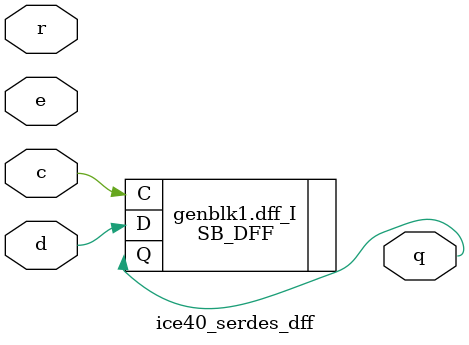
<source format=v>
/*
 * ice40_serdes_dff.v
 *
 * vim: ts=4 sw=4
 *
 * Copyright (C) 2020  Sylvain Munaut <tnt@246tNt.com>
 * SPDX-License-Identifier: CERN-OHL-P-2.0
 */

`default_nettype none

module ice40_serdes_dff #(
	parameter integer NEG = 0,
	parameter integer ENA = 0,
	parameter integer RST = 0,
	parameter integer SERDES_GRP = -1,
	parameter SERDES_ATTR = "",
	parameter BEL = ""
)(
	input  wire d,
	output wire q,
	input  wire e,
	input  wire r,
	input  wire c
);
	parameter TYPE = (RST ? 4 : 0) | (ENA ? 2 : 0) | (NEG ? 1 : 0);

	generate
		if (TYPE == 0)			// Simple
			(* BEL=BEL, SERDES_GRP=SERDES_GRP, SERDES_ATTR=SERDES_ATTR *)
			(* dont_touch, keep *)
			SB_DFF dff_I (
				.D(d),
				.Q(q),
				.C(c)
			);

		else if (TYPE == 1)		// NEG
			(* BEL=BEL, SERDES_GRP=SERDES_GRP, SERDES_ATTR=SERDES_ATTR *)
			(* dont_touch, keep *)
			SB_DFFN dff_I (
				.D(d),
				.Q(q),
				.C(c)
			);

		else if (TYPE == 2)		//     ENA
			(* BEL=BEL, SERDES_GRP=SERDES_GRP, SERDES_ATTR=SERDES_ATTR *)
			(* dont_touch, keep *)
			SB_DFFE dff_I (
				.D(d),
				.Q(q),
				.E(e),
				.C(c)
			);

		else if (TYPE == 3)		// NEG ENA
			(* BEL=BEL, SERDES_GRP=SERDES_GRP, SERDES_ATTR=SERDES_ATTR *)
			(* dont_touch, keep *)
			SB_DFFNE dff_I (
				.D(d),
				.Q(q),
				.E(e),
				.C(c)
			);

		else if (TYPE == 4)		//         RST
			(* BEL=BEL, SERDES_GRP=SERDES_GRP, SERDES_ATTR=SERDES_ATTR *)
			(* dont_touch, keep *)
			SB_DFFR dff_I (
				.D(d),
				.Q(q),
				.R(r),
				.C(c)
			);

		else if (TYPE == 5)		// NEG     RST
			(* BEL=BEL, SERDES_GRP=SERDES_GRP, SERDES_ATTR=SERDES_ATTR *)
			(* dont_touch, keep *)
			SB_DFFNR dff_I (
				.D(d),
				.Q(q),
				.R(r),
				.C(c)
			);

		else if (TYPE == 6)		//     ENA RST
			(* BEL=BEL, SERDES_GRP=SERDES_GRP, SERDES_ATTR=SERDES_ATTR *)
			(* dont_touch, keep *)
			SB_DFFER dff_I (
				.D(d),
				.Q(q),
				.E(e),
				.R(r),
				.C(c)
			);

		else if (TYPE == 7)		// NEG ENA RST
			(* BEL=BEL, SERDES_GRP=SERDES_GRP, SERDES_ATTR=SERDES_ATTR *)
			(* dont_touch, keep *)
			SB_DFFNER dff_I (
				.D(d),
				.Q(q),
				.E(e),
				.R(r),
				.C(c)
			);

	endgenerate

endmodule

</source>
